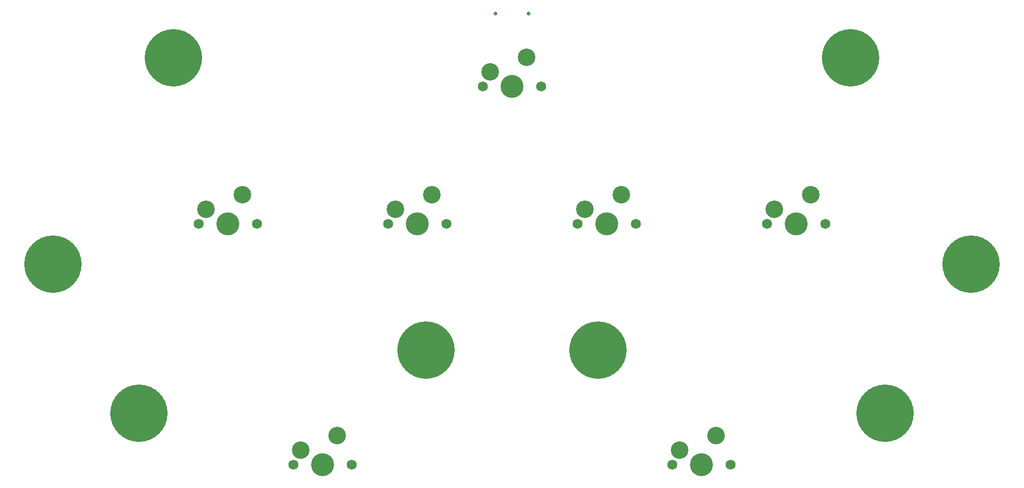
<source format=gbr>
%TF.GenerationSoftware,KiCad,Pcbnew,8.0.4*%
%TF.CreationDate,2024-07-25T01:56:00+08:00*%
%TF.ProjectId,PH-AC,50482d41-432e-46b6-9963-61645f706362,rev?*%
%TF.SameCoordinates,PX405f7e0PY328b740*%
%TF.FileFunction,NonPlated,1,2,NPTH,Drill*%
%TF.FilePolarity,Positive*%
%FSLAX46Y46*%
G04 Gerber Fmt 4.6, Leading zero omitted, Abs format (unit mm)*
G04 Created by KiCad (PCBNEW 8.0.4) date 2024-07-25 01:56:00*
%MOMM*%
%LPD*%
G01*
G04 APERTURE LIST*
%TA.AperFunction,ComponentDrill*%
%ADD10C,0.650000*%
%TD*%
%TA.AperFunction,ComponentDrill*%
%ADD11C,1.750000*%
%TD*%
%TA.AperFunction,ComponentDrill*%
%ADD12C,3.050000*%
%TD*%
%TA.AperFunction,ComponentDrill*%
%ADD13C,4.000000*%
%TD*%
%TA.AperFunction,ComponentDrill*%
%ADD14C,10.000000*%
%TD*%
G04 APERTURE END LIST*
D10*
%TO.C,J1*%
X97110000Y-6280000D03*
X102890000Y-6280000D03*
D11*
%TO.C,SW4*%
X45420000Y-43000000D03*
X55580000Y-43000000D03*
%TO.C,SW8*%
X61920000Y-85000000D03*
X72080000Y-85000000D03*
%TO.C,SW5*%
X78420000Y-43000000D03*
X88580000Y-43000000D03*
%TO.C,SW9*%
X94920000Y-19000000D03*
X105080000Y-19000000D03*
%TO.C,SW6*%
X111420000Y-43000000D03*
X121580000Y-43000000D03*
%TO.C,SW10*%
X127920000Y-85000000D03*
X138080000Y-85000000D03*
%TO.C,SW7*%
X144420000Y-43000000D03*
X154580000Y-43000000D03*
D12*
%TO.C,SW4*%
X46690000Y-40460000D03*
X53040000Y-37920000D03*
%TO.C,SW8*%
X63190000Y-82460000D03*
X69540000Y-79920000D03*
%TO.C,SW5*%
X79690000Y-40460000D03*
X86040000Y-37920000D03*
%TO.C,SW9*%
X96190000Y-16460000D03*
X102540000Y-13920000D03*
%TO.C,SW6*%
X112690000Y-40460000D03*
X119040000Y-37920000D03*
%TO.C,SW10*%
X129190000Y-82460000D03*
X135540000Y-79920000D03*
%TO.C,SW7*%
X145690000Y-40460000D03*
X152040000Y-37920000D03*
D13*
%TO.C,SW4*%
X50500000Y-43000000D03*
%TO.C,SW8*%
X67000000Y-85000000D03*
%TO.C,SW5*%
X83500000Y-43000000D03*
%TO.C,SW9*%
X100000000Y-19000000D03*
%TO.C,SW6*%
X116500000Y-43000000D03*
%TO.C,SW10*%
X133000000Y-85000000D03*
%TO.C,SW7*%
X149500000Y-43000000D03*
D14*
%TO.C,H3*%
X20000000Y-50000000D03*
%TO.C,H5*%
X35000000Y-76000000D03*
%TO.C,H1*%
X41000000Y-14000000D03*
%TO.C,H7*%
X85000000Y-65000000D03*
%TO.C,H8*%
X115000000Y-65000000D03*
%TO.C,H2*%
X159000000Y-14000000D03*
%TO.C,H6*%
X165000000Y-76000000D03*
%TO.C,H4*%
X180000000Y-50000000D03*
M02*

</source>
